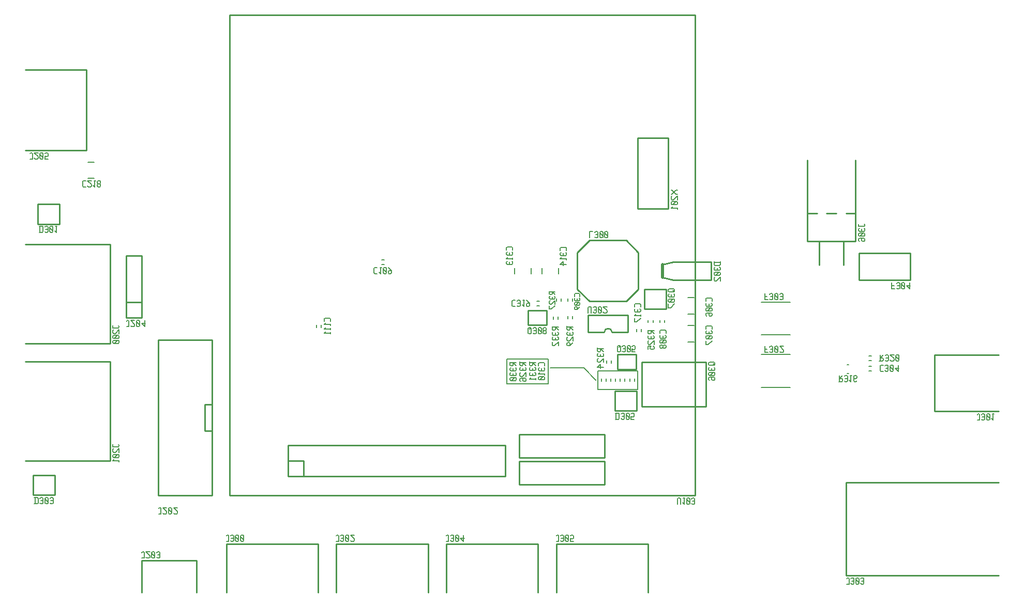
<source format=gbr>
G04 start of page 10 for group -4078 idx -4078 *
G04 Title: Power Board, bottomsilk *
G04 Creator: pcb 1.99z *
G04 CreationDate: Thu 09 Sep 2010 23:06:34 GMT UTC *
G04 For: rbarlow *
G04 Format: Gerber/RS-274X *
G04 PCB-Dimensions: 653543 393701 *
G04 PCB-Coordinate-Origin: lower left *
%MOIN*%
%FSLAX25Y25*%
%LNBACKSILK*%
%ADD11C,0.0200*%
%ADD12C,0.0100*%
%ADD16C,0.0079*%
%ADD126C,0.0080*%
%ADD127C,0.0098*%
G54D16*X373425Y156299D02*X381299Y148425D01*
X351772Y156299D02*X373425D01*
X382677Y142520D02*X408071D01*
Y154331D01*
X382677D01*
Y142520D01*
X323819Y146063D02*X350591D01*
Y162008D01*
X323819D01*
Y146063D01*
X391012Y149374D02*Y147800D01*
X394028Y149374D02*Y147800D01*
X387728Y149374D02*Y147800D01*
X384712Y149374D02*Y147800D01*
G54D12*X407124Y164936D02*Y155536D01*
X395224Y164936D02*X407124D01*
X395224D02*Y155536D01*
X407124D01*
G54D16*X388256Y161023D02*Y159449D01*
X391272Y161023D02*Y159449D01*
X403216Y149374D02*Y147800D01*
X406232Y149374D02*Y147800D01*
X396917Y149374D02*Y147800D01*
X399933Y149374D02*Y147800D01*
X418043Y187169D02*Y185595D01*
X415027Y187169D02*Y185595D01*
G54D12*X452201Y159970D02*Y131470D01*
X410801Y159970D02*X452201D01*
X410801D02*Y131470D01*
X452201D01*
G54D16*X425524Y187169D02*Y185595D01*
X422508Y187169D02*Y185595D01*
G54D126*X440552Y173033D02*X444488D01*
X440552Y183661D02*X444488D01*
G54D16*X353807Y189406D02*Y187832D01*
X356823Y189406D02*Y187832D01*
X343343Y199343D02*X344917D01*
X343343Y196327D02*X344917D01*
X363256Y189603D02*Y188029D01*
X366272Y189603D02*Y188029D01*
X355972Y201020D02*Y199446D01*
X358988Y201020D02*Y199446D01*
X366272Y201020D02*Y199446D01*
X363256Y201020D02*Y199446D01*
X410563Y181335D02*Y179761D01*
X407547Y181335D02*Y179761D01*
G54D12*X376362Y179256D02*Y190232D01*
X401984D01*
Y179256D01*
X376362D02*X386673D01*
X401984D02*X391673D01*
G75*G03X386673Y179256I-2500J0D01*G01*
G54D11*X424311Y214692D02*Y223104D01*
G54D12*X431311Y224804D01*
X455611D01*
Y212992D01*
X431311D01*
X424311Y214692D02*X431311Y212992D01*
G54D126*X440552Y191143D02*X444488D01*
X440552Y201771D02*X444488D01*
G54D12*X412620Y207150D02*X426520D01*
Y194350D01*
X412620D02*X426520D01*
X412620Y207150D02*Y194350D01*
X407524Y141440D02*Y128640D01*
X393624Y141440D02*X407524D01*
X393624D02*Y128640D01*
X407524D01*
X331776Y98516D02*X386776D01*
Y113516D02*Y98516D01*
X331776Y113516D02*X386776D01*
X331776D02*Y98516D01*
Y81016D02*X386776D01*
Y96016D02*Y81016D01*
X331776Y96016D02*X386776D01*
X331776D02*Y81016D01*
X192776Y96516D02*Y86516D01*
X182776Y96516D02*X192776D01*
X182776Y86516D02*X322776D01*
Y106516D02*Y86516D01*
X182776Y106516D02*X322776D01*
X182776D02*Y86516D01*
X145276Y74016D02*X445276D01*
X145276Y384016D02*Y74016D01*
Y384016D02*X445276D01*
Y74016D01*
G54D126*X357086Y220865D02*Y216929D01*
X346458Y220865D02*Y216929D01*
G54D12*X337647Y193421D02*X349547D01*
Y184021D01*
X337647D02*X349547D01*
X337647Y193421D02*Y184021D01*
G54D126*X339566Y220865D02*Y216929D01*
X328938Y220865D02*Y216929D01*
G54D16*X201248Y184020D02*Y182446D01*
X204264Y184020D02*Y182446D01*
G54D127*X52835Y296851D02*Y348819D01*
X13465D02*X52835D01*
X13465Y296851D02*X52835D01*
G54D12*X21610Y261912D02*Y249112D01*
X35510D01*
Y261912D02*Y249112D01*
X21610Y261912D02*X35510D01*
G54D126*X53938Y289172D02*X57874D01*
X53938Y278544D02*X57874D01*
G54D12*X13415Y172155D02*X68190D01*
Y236155D02*Y172155D01*
X13415Y236155D02*X68190D01*
X78465Y188623D02*Y228623D01*
X88465D01*
Y188623D01*
X78465D01*
Y198623D02*X88465D01*
Y188623D01*
G54D16*X487992Y143701D02*X506496D01*
X487992Y164961D02*X506496D01*
G54D126*X543307Y158267D02*X544093D01*
X543307Y152757D02*X544093D01*
G54D16*X487992Y177560D02*X506496D01*
X487992Y198820D02*X506496D01*
G54D12*X355707Y42717D02*X414763D01*
Y11221D01*
X355707Y42717D02*Y11221D01*
X284843Y42718D02*X343899D01*
Y11222D01*
X284843Y42718D02*Y11222D01*
G54D127*X599607Y128328D02*X640946D01*
X599607Y164548D02*Y128328D01*
Y164548D02*X640946D01*
X542481Y22403D02*Y82325D01*
Y22403D02*X640906D01*
X542481Y82325D02*X640906D01*
G54D16*X557248Y164107D02*X558822D01*
X557248Y161091D02*X558822D01*
X557248Y157414D02*X558822D01*
X557248Y154398D02*X558822D01*
X243147Y222902D02*X244721D01*
X243147Y225918D02*X244721D01*
G54D127*X377165Y238583D02*X400787D01*
X377165D02*X369291Y230709D01*
Y207087D01*
X377165Y199213D01*
X400787D01*
X408661Y207087D01*
Y230709D02*Y207087D01*
Y230709D02*X400787Y238583D01*
X584016Y212993D02*Y230315D01*
X550946D02*X584016D01*
X550946Y212993D02*Y230315D01*
Y212993D02*X584016D01*
X540865Y222639D02*Y237914D01*
X525275Y222639D02*Y237914D01*
X542424Y256103D02*X548661D01*
X529952D02*X536188D01*
X517479D02*X523716D01*
X548661Y237914D02*Y290434D01*
X517479Y237914D02*Y290434D01*
Y237914D02*X548661D01*
X408268Y304824D02*X427954D01*
X408268D02*Y259154D01*
X427954D01*
Y304824D02*Y259154D01*
G54D12*X13415Y96211D02*X68190D01*
Y160211D02*Y96211D01*
X13415Y160211D02*X68190D01*
X18528Y87146D02*Y74346D01*
X32428D01*
Y87146D02*Y74346D01*
X18528Y87146D02*X32428D01*
G54D127*X129214Y132679D02*Y115749D01*
X133742D01*
X129214Y132679D02*X133742D01*
X99096Y74155D02*X133742D01*
X99096Y174273D02*X133742D01*
X99096D02*Y74155D01*
X133742Y174273D02*Y74155D01*
G54D12*X143112Y42719D02*X202168D01*
Y11223D01*
X143112Y42719D02*Y11223D01*
X213978Y42718D02*X273034D01*
Y11222D01*
X213978Y42718D02*Y11222D01*
G54D127*X88544Y31890D02*Y11418D01*
X124016Y31890D02*Y11418D01*
X88544Y31890D02*X124016D01*
G54D16*X213975Y44503D02*X215475D01*
Y48003D01*
X214975Y48503D02*X215475Y48003D01*
X214475Y48503D02*X214975D01*
X213975Y48003D02*X214475Y48503D01*
X216676Y45003D02*X217176Y44503D01*
X218176D01*
X218676Y45003D01*
Y48003D01*
X218176Y48503D02*X218676Y48003D01*
X217176Y48503D02*X218176D01*
X216676Y48003D02*X217176Y48503D01*
Y46503D02*X218676D01*
X219877Y48003D02*X220377Y48503D01*
X219877Y45003D02*Y48003D01*
Y45003D02*X220377Y44503D01*
X221377D01*
X221877Y45003D01*
Y48003D01*
X221377Y48503D02*X221877Y48003D01*
X220377Y48503D02*X221377D01*
X219877Y47503D02*X221877Y45503D01*
X223078Y45003D02*X223578Y44503D01*
X225078D01*
X225578Y45003D01*
Y46003D01*
X223078Y48503D02*X225578Y46003D01*
X223078Y48503D02*X225578D01*
X143108Y44503D02*X144608D01*
Y48003D01*
X144108Y48503D02*X144608Y48003D01*
X143608Y48503D02*X144108D01*
X143108Y48003D02*X143608Y48503D01*
X145809Y45003D02*X146309Y44503D01*
X147309D01*
X147809Y45003D01*
Y48003D01*
X147309Y48503D02*X147809Y48003D01*
X146309Y48503D02*X147309D01*
X145809Y48003D02*X146309Y48503D01*
Y46503D02*X147809D01*
X149010Y48003D02*X149510Y48503D01*
X149010Y45003D02*Y48003D01*
Y45003D02*X149510Y44503D01*
X150510D01*
X151010Y45003D01*
Y48003D01*
X150510Y48503D02*X151010Y48003D01*
X149510Y48503D02*X150510D01*
X149010Y47503D02*X151010Y45503D01*
X152211Y48003D02*X152711Y48503D01*
X152211Y45003D02*Y48003D01*
Y45003D02*X152711Y44503D01*
X153711D01*
X154211Y45003D01*
Y48003D01*
X153711Y48503D02*X154211Y48003D01*
X152711Y48503D02*X153711D01*
X152211Y47503D02*X154211Y45503D01*
X284842Y44503D02*X286342D01*
Y48003D01*
X285842Y48503D02*X286342Y48003D01*
X285342Y48503D02*X285842D01*
X284842Y48003D02*X285342Y48503D01*
X287543Y45003D02*X288043Y44503D01*
X289043D01*
X289543Y45003D01*
Y48003D01*
X289043Y48503D02*X289543Y48003D01*
X288043Y48503D02*X289043D01*
X287543Y48003D02*X288043Y48503D01*
Y46503D02*X289543D01*
X290744Y48003D02*X291244Y48503D01*
X290744Y45003D02*Y48003D01*
Y45003D02*X291244Y44503D01*
X292244D01*
X292744Y45003D01*
Y48003D01*
X292244Y48503D02*X292744Y48003D01*
X291244Y48503D02*X292244D01*
X290744Y47503D02*X292744Y45503D01*
X293945Y46503D02*X295945Y44503D01*
X293945Y46503D02*X296445D01*
X295945Y44503D02*Y48503D01*
X210119Y186420D02*Y187920D01*
X209619Y188420D02*X210119Y187920D01*
X206619Y188420D02*X209619D01*
X206619D02*X206119Y187920D01*
Y186420D02*Y187920D01*
X210119Y183719D02*Y184719D01*
X206119Y184219D02*X210119D01*
X207119Y185219D02*X206119Y184219D01*
X210119Y181018D02*Y182018D01*
X206119Y181518D02*X210119D01*
X207119Y182518D02*X206119Y181518D01*
X210119Y178317D02*Y179317D01*
X206119Y178817D02*X210119D01*
X207119Y179817D02*X206119Y178817D01*
X326001Y158202D02*Y160202D01*
Y158202D02*X326501Y157702D01*
X327501D01*
X328001Y158202D02*X327501Y157702D01*
X328001Y158202D02*Y159702D01*
X326001D02*X330001D01*
X328001D02*X330001Y157702D01*
X326501Y156501D02*X326001Y156001D01*
Y155001D02*Y156001D01*
Y155001D02*X326501Y154501D01*
X329501D01*
X330001Y155001D02*X329501Y154501D01*
X330001Y155001D02*Y156001D01*
X329501Y156501D02*X330001Y156001D01*
X328001Y154501D02*Y156001D01*
X326501Y153300D02*X326001Y152800D01*
Y151800D02*Y152800D01*
Y151800D02*X326501Y151300D01*
X329501D01*
X330001Y151800D02*X329501Y151300D01*
X330001Y151800D02*Y152800D01*
X329501Y153300D02*X330001Y152800D01*
X328001Y151300D02*Y152800D01*
X329501Y150099D02*X330001Y149599D01*
X326501Y150099D02*X329501D01*
X326501D02*X326001Y149599D01*
Y148599D02*Y149599D01*
Y148599D02*X326501Y148099D01*
X329501D01*
X330001Y148599D02*X329501Y148099D01*
X330001Y148599D02*Y149599D01*
X329001Y150099D02*X327001Y148099D01*
X99446Y62141D02*X100946D01*
Y65641D01*
X100446Y66141D02*X100946Y65641D01*
X99946Y66141D02*X100446D01*
X99446Y65641D02*X99946Y66141D01*
X102147Y62641D02*X102647Y62141D01*
X104147D01*
X104647Y62641D01*
Y63641D01*
X102147Y66141D02*X104647Y63641D01*
X102147Y66141D02*X104647D01*
X105848Y65641D02*X106348Y66141D01*
X105848Y62641D02*Y65641D01*
Y62641D02*X106348Y62141D01*
X107348D01*
X107848Y62641D01*
Y65641D01*
X107348Y66141D02*X107848Y65641D01*
X106348Y66141D02*X107348D01*
X105848Y65141D02*X107848Y63141D01*
X109049Y62641D02*X109549Y62141D01*
X111049D01*
X111549Y62641D01*
Y63641D01*
X109049Y66141D02*X111549Y63641D01*
X109049Y66141D02*X111549D01*
X88601Y33677D02*X90101D01*
Y37177D01*
X89601Y37677D02*X90101Y37177D01*
X89101Y37677D02*X89601D01*
X88601Y37177D02*X89101Y37677D01*
X91302Y34177D02*X91802Y33677D01*
X93302D01*
X93802Y34177D01*
Y35177D01*
X91302Y37677D02*X93802Y35177D01*
X91302Y37677D02*X93802D01*
X95003Y37177D02*X95503Y37677D01*
X95003Y34177D02*Y37177D01*
Y34177D02*X95503Y33677D01*
X96503D01*
X97003Y34177D01*
Y37177D01*
X96503Y37677D02*X97003Y37177D01*
X95503Y37677D02*X96503D01*
X95003Y36677D02*X97003Y34677D01*
X98204Y34177D02*X98704Y33677D01*
X99704D01*
X100204Y34177D01*
Y37177D01*
X99704Y37677D02*X100204Y37177D01*
X98704Y37677D02*X99704D01*
X98204Y37177D02*X98704Y37677D01*
Y35677D02*X100204D01*
X50893Y277047D02*X52393D01*
X50393Y276547D02*X50893Y277047D01*
X50393Y273547D02*Y276547D01*
Y273547D02*X50893Y273047D01*
X52393D01*
X53594Y273547D02*X54094Y273047D01*
X55594D01*
X56094Y273547D01*
Y274547D01*
X53594Y277047D02*X56094Y274547D01*
X53594Y277047D02*X56094D01*
X57795D02*X58795D01*
X58295Y273047D02*Y277047D01*
X57295Y274047D02*X58295Y273047D01*
X59996Y276547D02*X60496Y277047D01*
X59996Y275547D02*Y276547D01*
Y275547D02*X60496Y275047D01*
X61496D01*
X61996Y275547D01*
Y276547D01*
X61496Y277047D02*X61996Y276547D01*
X60496Y277047D02*X61496D01*
X59996Y274547D02*X60496Y275047D01*
X59996Y273547D02*Y274547D01*
Y273547D02*X60496Y273047D01*
X61496D01*
X61996Y273547D01*
Y274547D01*
X61496Y275047D02*X61996Y274547D01*
X332299Y158272D02*Y160272D01*
Y158272D02*X332799Y157772D01*
X333799D01*
X334299Y158272D02*X333799Y157772D01*
X334299Y158272D02*Y159772D01*
X332299D02*X336299D01*
X334299D02*X336299Y157772D01*
X332799Y156571D02*X332299Y156071D01*
Y155071D02*Y156071D01*
Y155071D02*X332799Y154571D01*
X335799D01*
X336299Y155071D02*X335799Y154571D01*
X336299Y155071D02*Y156071D01*
X335799Y156571D02*X336299Y156071D01*
X334299Y154571D02*Y156071D01*
X332799Y153370D02*X332299Y152870D01*
Y151370D02*Y152870D01*
Y151370D02*X332799Y150870D01*
X333799D01*
X336299Y153370D02*X333799Y150870D01*
X336299D02*Y153370D01*
X332299Y148169D02*X332799Y147669D01*
X332299Y148169D02*Y149169D01*
X332799Y149669D02*X332299Y149169D01*
X332799Y149669D02*X335799D01*
X336299Y149169D01*
X334299Y148169D02*X334799Y147669D01*
X334299Y148169D02*Y149669D01*
X336299Y148169D02*Y149169D01*
Y148169D02*X335799Y147669D01*
X334799D02*X335799D01*
X353167Y181178D02*Y183178D01*
Y181178D02*X353667Y180678D01*
X354667D01*
X355167Y181178D02*X354667Y180678D01*
X355167Y181178D02*Y182678D01*
X353167D02*X357167D01*
X355167D02*X357167Y180678D01*
X353667Y179477D02*X353167Y178977D01*
Y177977D02*Y178977D01*
Y177977D02*X353667Y177477D01*
X356667D01*
X357167Y177977D02*X356667Y177477D01*
X357167Y177977D02*Y178977D01*
X356667Y179477D02*X357167Y178977D01*
X355167Y177477D02*Y178977D01*
X353667Y176276D02*X353167Y175776D01*
Y174776D02*Y175776D01*
Y174776D02*X353667Y174276D01*
X356667D01*
X357167Y174776D02*X356667Y174276D01*
X357167Y174776D02*Y175776D01*
X356667Y176276D02*X357167Y175776D01*
X355167Y174276D02*Y175776D01*
X353667Y173075D02*X353167Y172575D01*
Y171075D02*Y172575D01*
Y171075D02*X353667Y170575D01*
X354667D01*
X357167Y173075D02*X354667Y170575D01*
X357167D02*Y173075D01*
X362614Y181232D02*Y183232D01*
Y181232D02*X363114Y180732D01*
X364114D01*
X364614Y181232D02*X364114Y180732D01*
X364614Y181232D02*Y182732D01*
X362614D02*X366614D01*
X364614D02*X366614Y180732D01*
X363114Y179531D02*X362614Y179031D01*
Y178031D02*Y179031D01*
Y178031D02*X363114Y177531D01*
X366114D01*
X366614Y178031D02*X366114Y177531D01*
X366614Y178031D02*Y179031D01*
X366114Y179531D02*X366614Y179031D01*
X364614Y177531D02*Y179031D01*
X363114Y176330D02*X362614Y175830D01*
Y174330D02*Y175830D01*
Y174330D02*X363114Y173830D01*
X364114D01*
X366614Y176330D02*X364114Y173830D01*
X366614D02*Y176330D01*
Y172629D02*X364614Y170629D01*
X363114D02*X364614D01*
X362614Y171129D02*X363114Y170629D01*
X362614Y171129D02*Y172129D01*
X363114Y172629D02*X362614Y172129D01*
X363114Y172629D02*X364114D01*
X364614Y172129D01*
Y170629D02*Y172129D01*
X348308Y157681D02*Y159181D01*
X347808Y159681D02*X348308Y159181D01*
X344808Y159681D02*X347808D01*
X344808D02*X344308Y159181D01*
Y157681D02*Y159181D01*
X344808Y156480D02*X344308Y155980D01*
Y154980D02*Y155980D01*
Y154980D02*X344808Y154480D01*
X347808D01*
X348308Y154980D02*X347808Y154480D01*
X348308Y154980D02*Y155980D01*
X347808Y156480D02*X348308Y155980D01*
X346308Y154480D02*Y155980D01*
X348308Y151779D02*Y152779D01*
X344308Y152279D02*X348308D01*
X345308Y153279D02*X344308Y152279D01*
X347808Y150578D02*X348308Y150078D01*
X344808Y150578D02*X347808D01*
X344808D02*X344308Y150078D01*
Y149078D02*Y150078D01*
Y149078D02*X344808Y148578D01*
X347808D01*
X348308Y149078D02*X347808Y148578D01*
X348308Y149078D02*Y150078D01*
X347308Y150578D02*X345308Y148578D01*
X338401Y158271D02*Y160271D01*
Y158271D02*X338901Y157771D01*
X339901D01*
X340401Y158271D02*X339901Y157771D01*
X340401Y158271D02*Y159771D01*
X338401D02*X342401D01*
X340401D02*X342401Y157771D01*
X338901Y156570D02*X338401Y156070D01*
Y155070D02*Y156070D01*
Y155070D02*X338901Y154570D01*
X341901D01*
X342401Y155070D02*X341901Y154570D01*
X342401Y155070D02*Y156070D01*
X341901Y156570D02*X342401Y156070D01*
X340401Y154570D02*Y156070D01*
X338901Y153369D02*X338401Y152869D01*
Y151869D02*Y152869D01*
Y151869D02*X338901Y151369D01*
X341901D01*
X342401Y151869D02*X341901Y151369D01*
X342401Y151869D02*Y152869D01*
X341901Y153369D02*X342401Y152869D01*
X340401Y151369D02*Y152869D01*
X342401Y148668D02*Y149668D01*
X338401Y149168D02*X342401D01*
X339401Y150168D02*X338401Y149168D01*
X337647Y178797D02*Y181797D01*
Y178797D02*X338147Y178297D01*
X339147D01*
X339647Y178797D01*
Y181797D01*
X339147Y182297D02*X339647Y181797D01*
X338147Y182297D02*X339147D01*
X337647Y181797D02*X338147Y182297D01*
X338647Y181297D02*X339647Y182297D01*
X340848Y178797D02*X341348Y178297D01*
X342348D01*
X342848Y178797D01*
Y181797D01*
X342348Y182297D02*X342848Y181797D01*
X341348Y182297D02*X342348D01*
X340848Y181797D02*X341348Y182297D01*
Y180297D02*X342848D01*
X344049Y181797D02*X344549Y182297D01*
X344049Y178797D02*Y181797D01*
Y178797D02*X344549Y178297D01*
X345549D01*
X346049Y178797D01*
Y181797D01*
X345549Y182297D02*X346049Y181797D01*
X344549Y182297D02*X345549D01*
X344049Y181297D02*X346049Y179297D01*
X347250Y181797D02*X347750Y182297D01*
X347250Y180797D02*Y181797D01*
Y180797D02*X347750Y180297D01*
X348750D01*
X349250Y180797D01*
Y181797D01*
X348750Y182297D02*X349250Y181797D01*
X347750Y182297D02*X348750D01*
X347250Y179797D02*X347750Y180297D01*
X347250Y178797D02*Y179797D01*
Y178797D02*X347750Y178297D01*
X348750D01*
X349250Y178797D01*
Y179797D01*
X348750Y180297D02*X349250Y179797D01*
X327827Y199883D02*X329327D01*
X327327Y199383D02*X327827Y199883D01*
X327327Y196383D02*Y199383D01*
Y196383D02*X327827Y195883D01*
X329327D01*
X330528Y196383D02*X331028Y195883D01*
X332028D01*
X332528Y196383D01*
Y199383D01*
X332028Y199883D02*X332528Y199383D01*
X331028Y199883D02*X332028D01*
X330528Y199383D02*X331028Y199883D01*
Y197883D02*X332528D01*
X334229Y199883D02*X335229D01*
X334729Y195883D02*Y199883D01*
X333729Y196883D02*X334729Y195883D01*
X336430Y199883D02*X338430Y197883D01*
Y196383D02*Y197883D01*
X337930Y195883D02*X338430Y196383D01*
X336930Y195883D02*X337930D01*
X336430Y196383D02*X336930Y195883D01*
X336430Y196383D02*Y197383D01*
X336930Y197883D01*
X338430D01*
X351283Y204092D02*Y205872D01*
Y204092D02*X351728Y203647D01*
X352618D01*
X353063Y204092D02*X352618Y203647D01*
X353063Y204092D02*Y205427D01*
X351283D02*X354843D01*
X353063D02*X354843Y203647D01*
X351728Y202579D02*X351283Y202134D01*
Y201244D02*Y202134D01*
Y201244D02*X351728Y200799D01*
X354398D01*
X354843Y201244D02*X354398Y200799D01*
X354843Y201244D02*Y202134D01*
X354398Y202579D02*X354843Y202134D01*
X353063Y200799D02*Y202134D01*
X351728Y199730D02*X351283Y199285D01*
Y197950D02*Y199285D01*
Y197950D02*X351728Y197505D01*
X352618D01*
X354843Y199730D02*X352618Y197505D01*
X354843D02*Y199730D01*
Y196436D02*X352618Y194211D01*
X351283D02*X352618D01*
X351283D02*Y196436D01*
X414779Y178870D02*Y180870D01*
Y178870D02*X415279Y178370D01*
X416279D01*
X416779Y178870D02*X416279Y178370D01*
X416779Y178870D02*Y180370D01*
X414779D02*X418779D01*
X416779D02*X418779Y178370D01*
X415279Y177169D02*X414779Y176669D01*
Y175669D02*Y176669D01*
Y175669D02*X415279Y175169D01*
X418279D01*
X418779Y175669D02*X418279Y175169D01*
X418779Y175669D02*Y176669D01*
X418279Y177169D02*X418779Y176669D01*
X416779Y175169D02*Y176669D01*
X415279Y173968D02*X414779Y173468D01*
Y171968D02*Y173468D01*
Y171968D02*X415279Y171468D01*
X416279D01*
X418779Y173968D02*X416279Y171468D01*
X418779D02*Y173968D01*
X414779Y168267D02*Y170267D01*
X416779D01*
X416279Y169767D01*
Y168767D02*Y169767D01*
Y168767D02*X416779Y168267D01*
X418279D01*
X418779Y168767D02*X418279Y168267D01*
X418779Y168767D02*Y169767D01*
X418279Y170267D02*X418779Y169767D01*
X426457Y178673D02*Y180173D01*
X425957Y180673D02*X426457Y180173D01*
X422957Y180673D02*X425957D01*
X422957D02*X422457Y180173D01*
Y178673D02*Y180173D01*
X422957Y177472D02*X422457Y176972D01*
Y175972D02*Y176972D01*
Y175972D02*X422957Y175472D01*
X425957D01*
X426457Y175972D02*X425957Y175472D01*
X426457Y175972D02*Y176972D01*
X425957Y177472D02*X426457Y176972D01*
X424457Y175472D02*Y176972D01*
X425957Y174271D02*X426457Y173771D01*
X422957Y174271D02*X425957D01*
X422957D02*X422457Y173771D01*
Y172771D02*Y173771D01*
Y172771D02*X422957Y172271D01*
X425957D01*
X426457Y172771D02*X425957Y172271D01*
X426457Y172771D02*Y173771D01*
X425457Y174271D02*X423457Y172271D01*
X425957Y171070D02*X426457Y170570D01*
X424957Y171070D02*X425957D01*
X424957D02*X424457Y170570D01*
Y169570D02*Y170570D01*
Y169570D02*X424957Y169070D01*
X425957D01*
X426457Y169570D02*X425957Y169070D01*
X426457Y169570D02*Y170570D01*
X423957Y171070D02*X424457Y170570D01*
X422957Y171070D02*X423957D01*
X422957D02*X422457Y170570D01*
Y169570D02*Y170570D01*
Y169570D02*X422957Y169070D01*
X423957D01*
X424457Y169570D02*X423957Y169070D01*
X395041Y167045D02*Y170045D01*
Y167045D02*X395541Y166545D01*
X396541D01*
X397041Y167045D01*
Y170045D01*
X396541Y170545D02*X397041Y170045D01*
X395541Y170545D02*X396541D01*
X395041Y170045D02*X395541Y170545D01*
X396041Y169545D02*X397041Y170545D01*
X398242Y167045D02*X398742Y166545D01*
X399742D01*
X400242Y167045D01*
Y170045D01*
X399742Y170545D02*X400242Y170045D01*
X398742Y170545D02*X399742D01*
X398242Y170045D02*X398742Y170545D01*
Y168545D02*X400242D01*
X401443Y170045D02*X401943Y170545D01*
X401443Y167045D02*Y170045D01*
Y167045D02*X401943Y166545D01*
X402943D01*
X403443Y167045D01*
Y170045D01*
X402943Y170545D02*X403443Y170045D01*
X401943Y170545D02*X402943D01*
X401443Y169545D02*X403443Y167545D01*
X404644Y166545D02*X406644D01*
X404644D02*Y168545D01*
X405144Y168045D01*
X406144D01*
X406644Y168545D01*
Y170045D01*
X406144Y170545D02*X406644Y170045D01*
X405144Y170545D02*X406144D01*
X404644Y170045D02*X405144Y170545D01*
X382298Y167292D02*Y169292D01*
Y167292D02*X382798Y166792D01*
X383798D01*
X384298Y167292D02*X383798Y166792D01*
X384298Y167292D02*Y168792D01*
X382298D02*X386298D01*
X384298D02*X386298Y166792D01*
X382798Y165591D02*X382298Y165091D01*
Y164091D02*Y165091D01*
Y164091D02*X382798Y163591D01*
X385798D01*
X386298Y164091D02*X385798Y163591D01*
X386298Y164091D02*Y165091D01*
X385798Y165591D02*X386298Y165091D01*
X384298Y163591D02*Y165091D01*
X382798Y162390D02*X382298Y161890D01*
Y160390D02*Y161890D01*
Y160390D02*X382798Y159890D01*
X383798D01*
X386298Y162390D02*X383798Y159890D01*
X386298D02*Y162390D01*
X384298Y158689D02*X382298Y156689D01*
X384298Y156189D02*Y158689D01*
X382298Y156689D02*X386298D01*
X410118Y195602D02*Y197102D01*
X409618Y197602D02*X410118Y197102D01*
X406618Y197602D02*X409618D01*
X406618D02*X406118Y197102D01*
Y195602D02*Y197102D01*
X406618Y194401D02*X406118Y193901D01*
Y192901D02*Y193901D01*
Y192901D02*X406618Y192401D01*
X409618D01*
X410118Y192901D02*X409618Y192401D01*
X410118Y192901D02*Y193901D01*
X409618Y194401D02*X410118Y193901D01*
X408118Y192401D02*Y193901D01*
X410118Y189700D02*Y190700D01*
X406118Y190200D02*X410118D01*
X407118Y191200D02*X406118Y190200D01*
X410118Y188499D02*X407618Y185999D01*
X406118D02*X407618D01*
X406118D02*Y188499D01*
X376346Y191752D02*Y195252D01*
X376846Y195752D01*
X377846D01*
X378346Y195252D01*
Y191752D02*Y195252D01*
X379547Y192252D02*X380047Y191752D01*
X381047D01*
X381547Y192252D01*
Y195252D01*
X381047Y195752D02*X381547Y195252D01*
X380047Y195752D02*X381047D01*
X379547Y195252D02*X380047Y195752D01*
Y193752D02*X381547D01*
X382748Y195252D02*X383248Y195752D01*
X382748Y192252D02*Y195252D01*
Y192252D02*X383248Y191752D01*
X384248D01*
X384748Y192252D01*
Y195252D01*
X384248Y195752D02*X384748Y195252D01*
X383248Y195752D02*X384248D01*
X382748Y194752D02*X384748Y192752D01*
X385949Y192252D02*X386449Y191752D01*
X387949D01*
X388449Y192252D01*
Y193252D01*
X385949Y195752D02*X388449Y193252D01*
X385949Y195752D02*X388449D01*
X370986Y202518D02*Y203853D01*
X370541Y204298D02*X370986Y203853D01*
X367871Y204298D02*X370541D01*
X367871D02*X367426Y203853D01*
Y202518D02*Y203853D01*
X367871Y201450D02*X367426Y201005D01*
Y200115D02*Y201005D01*
Y200115D02*X367871Y199670D01*
X370541D01*
X370986Y200115D02*X370541Y199670D01*
X370986Y200115D02*Y201005D01*
X370541Y201450D02*X370986Y201005D01*
X369206Y199670D02*Y201005D01*
X370541Y198601D02*X370986Y198156D01*
X367871Y198601D02*X370541D01*
X367871D02*X367426Y198156D01*
Y197266D02*Y198156D01*
Y197266D02*X367871Y196821D01*
X370541D01*
X370986Y197266D02*X370541Y196821D01*
X370986Y197266D02*Y198156D01*
X370096Y198601D02*X368316Y196821D01*
X370986Y195752D02*X369206Y193972D01*
X367871D02*X369206D01*
X367426Y194417D02*X367871Y193972D01*
X367426Y194417D02*Y195307D01*
X367871Y195752D02*X367426Y195307D01*
X367871Y195752D02*X368761D01*
X369206Y195307D01*
Y193972D02*Y195307D01*
X355710Y44504D02*X357210D01*
Y48004D01*
X356710Y48504D02*X357210Y48004D01*
X356210Y48504D02*X356710D01*
X355710Y48004D02*X356210Y48504D01*
X358411Y45004D02*X358911Y44504D01*
X359911D01*
X360411Y45004D01*
Y48004D01*
X359911Y48504D02*X360411Y48004D01*
X358911Y48504D02*X359911D01*
X358411Y48004D02*X358911Y48504D01*
Y46504D02*X360411D01*
X361612Y48004D02*X362112Y48504D01*
X361612Y45004D02*Y48004D01*
Y45004D02*X362112Y44504D01*
X363112D01*
X363612Y45004D01*
Y48004D01*
X363112Y48504D02*X363612Y48004D01*
X362112Y48504D02*X363112D01*
X361612Y47504D02*X363612Y45504D01*
X364813Y44504D02*X366813D01*
X364813D02*Y46504D01*
X365313Y46004D01*
X366313D01*
X366813Y46504D01*
Y48004D01*
X366313Y48504D02*X366813Y48004D01*
X365313Y48504D02*X366313D01*
X364813Y48004D02*X365313Y48504D01*
X433858Y68323D02*Y71823D01*
X434358Y72323D01*
X435358D01*
X435858Y71823D01*
Y68323D02*Y71823D01*
X437559Y72323D02*X438559D01*
X438059Y68323D02*Y72323D01*
X437059Y69323D02*X438059Y68323D01*
X439760Y71823D02*X440260Y72323D01*
X439760Y68823D02*Y71823D01*
Y68823D02*X440260Y68323D01*
X441260D01*
X441760Y68823D01*
Y71823D01*
X441260Y72323D02*X441760Y71823D01*
X440260Y72323D02*X441260D01*
X439760Y71323D02*X441760Y69323D01*
X442961Y68823D02*X443461Y68323D01*
X444461D01*
X444961Y68823D01*
Y71823D01*
X444461Y72323D02*X444961Y71823D01*
X443461Y72323D02*X444461D01*
X442961Y71823D02*X443461Y72323D01*
Y70323D02*X444961D01*
X394354Y123111D02*Y127111D01*
X395854Y123111D02*X396354Y123611D01*
Y126611D01*
X395854Y127111D02*X396354Y126611D01*
X393854Y127111D02*X395854D01*
X393854Y123111D02*X395854D01*
X397555Y123611D02*X398055Y123111D01*
X399055D01*
X399555Y123611D01*
Y126611D01*
X399055Y127111D02*X399555Y126611D01*
X398055Y127111D02*X399055D01*
X397555Y126611D02*X398055Y127111D01*
Y125111D02*X399555D01*
X400756Y126611D02*X401256Y127111D01*
X400756Y123611D02*Y126611D01*
Y123611D02*X401256Y123111D01*
X402256D01*
X402756Y123611D01*
Y126611D01*
X402256Y127111D02*X402756Y126611D01*
X401256Y127111D02*X402256D01*
X400756Y126111D02*X402756Y124111D01*
X403957Y123111D02*X405957D01*
X403957D02*Y125111D01*
X404457Y124611D01*
X405457D01*
X405957Y125111D01*
Y126611D01*
X405457Y127111D02*X405957Y126611D01*
X404457Y127111D02*X405457D01*
X403957Y126611D02*X404457Y127111D01*
X542912Y16749D02*X544412D01*
Y20249D01*
X543912Y20749D02*X544412Y20249D01*
X543412Y20749D02*X543912D01*
X542912Y20249D02*X543412Y20749D01*
X545613Y17249D02*X546113Y16749D01*
X547113D01*
X547613Y17249D01*
Y20249D01*
X547113Y20749D02*X547613Y20249D01*
X546113Y20749D02*X547113D01*
X545613Y20249D02*X546113Y20749D01*
Y18749D02*X547613D01*
X548814Y20249D02*X549314Y20749D01*
X548814Y17249D02*Y20249D01*
Y17249D02*X549314Y16749D01*
X550314D01*
X550814Y17249D01*
Y20249D01*
X550314Y20749D02*X550814Y20249D01*
X549314Y20749D02*X550314D01*
X548814Y19749D02*X550814Y17749D01*
X552015Y17249D02*X552515Y16749D01*
X553515D01*
X554015Y17249D01*
Y20249D01*
X553515Y20749D02*X554015Y20249D01*
X552515Y20749D02*X553515D01*
X552015Y20249D02*X552515Y20749D01*
Y18749D02*X554015D01*
X16537Y291158D02*X18037D01*
Y294658D01*
X17537Y295158D02*X18037Y294658D01*
X17037Y295158D02*X17537D01*
X16537Y294658D02*X17037Y295158D01*
X19238Y291658D02*X19738Y291158D01*
X21238D01*
X21738Y291658D01*
Y292658D01*
X19238Y295158D02*X21738Y292658D01*
X19238Y295158D02*X21738D01*
X22939Y294658D02*X23439Y295158D01*
X22939Y291658D02*Y294658D01*
Y291658D02*X23439Y291158D01*
X24439D01*
X24939Y291658D01*
Y294658D01*
X24439Y295158D02*X24939Y294658D01*
X23439Y295158D02*X24439D01*
X22939Y294158D02*X24939Y292158D01*
X26140Y291158D02*X28140D01*
X26140D02*Y293158D01*
X26640Y292658D01*
X27640D01*
X28140Y293158D01*
Y294658D01*
X27640Y295158D02*X28140Y294658D01*
X26640Y295158D02*X27640D01*
X26140Y294658D02*X26640Y295158D01*
X22897Y243781D02*Y247781D01*
X24397Y243781D02*X24897Y244281D01*
Y247281D01*
X24397Y247781D02*X24897Y247281D01*
X22397Y247781D02*X24397D01*
X22397Y243781D02*X24397D01*
X26098Y244281D02*X26598Y243781D01*
X27598D01*
X28098Y244281D01*
Y247281D01*
X27598Y247781D02*X28098Y247281D01*
X26598Y247781D02*X27598D01*
X26098Y247281D02*X26598Y247781D01*
Y245781D02*X28098D01*
X29299Y247281D02*X29799Y247781D01*
X29299Y244281D02*Y247281D01*
Y244281D02*X29799Y243781D01*
X30799D01*
X31299Y244281D01*
Y247281D01*
X30799Y247781D02*X31299Y247281D01*
X29799Y247781D02*X30799D01*
X29299Y246781D02*X31299Y244781D01*
X33000Y247781D02*X34000D01*
X33500Y243781D02*Y247781D01*
X32500Y244781D02*X33500Y243781D01*
X69979Y105427D02*Y106927D01*
Y105427D02*X73479D01*
X73979Y105927D02*X73479Y105427D01*
X73979Y105927D02*Y106427D01*
X73479Y106927D02*X73979Y106427D01*
X70479Y104226D02*X69979Y103726D01*
Y102226D02*Y103726D01*
Y102226D02*X70479Y101726D01*
X71479D01*
X73979Y104226D02*X71479Y101726D01*
X73979D02*Y104226D01*
X73479Y100525D02*X73979Y100025D01*
X70479Y100525D02*X73479D01*
X70479D02*X69979Y100025D01*
Y99025D02*Y100025D01*
Y99025D02*X70479Y98525D01*
X73479D01*
X73979Y99025D02*X73479Y98525D01*
X73979Y99025D02*Y100025D01*
X72979Y100525D02*X70979Y98525D01*
X73979Y95824D02*Y96824D01*
X69979Y96324D02*X73979D01*
X70979Y97324D02*X69979Y96324D01*
X69938Y182199D02*Y183699D01*
Y182199D02*X73438D01*
X73938Y182699D02*X73438Y182199D01*
X73938Y182699D02*Y183199D01*
X73438Y183699D02*X73938Y183199D01*
X70438Y180998D02*X69938Y180498D01*
Y178998D02*Y180498D01*
Y178998D02*X70438Y178498D01*
X71438D01*
X73938Y180998D02*X71438Y178498D01*
X73938D02*Y180998D01*
X73438Y177297D02*X73938Y176797D01*
X70438Y177297D02*X73438D01*
X70438D02*X69938Y176797D01*
Y175797D02*Y176797D01*
Y175797D02*X70438Y175297D01*
X73438D01*
X73938Y175797D02*X73438Y175297D01*
X73938Y175797D02*Y176797D01*
X72938Y177297D02*X70938Y175297D01*
X73438Y174096D02*X73938Y173596D01*
X70438Y174096D02*X73438D01*
X70438D02*X69938Y173596D01*
Y172596D02*Y173596D01*
Y172596D02*X70438Y172096D01*
X73438D01*
X73938Y172596D02*X73438Y172096D01*
X73938Y172596D02*Y173596D01*
X72938Y174096D02*X70938Y172096D01*
X78781Y182915D02*X80281D01*
Y186415D01*
X79781Y186915D02*X80281Y186415D01*
X79281Y186915D02*X79781D01*
X78781Y186415D02*X79281Y186915D01*
X81482Y183415D02*X81982Y182915D01*
X83482D01*
X83982Y183415D01*
Y184415D01*
X81482Y186915D02*X83982Y184415D01*
X81482Y186915D02*X83982D01*
X85183Y186415D02*X85683Y186915D01*
X85183Y183415D02*Y186415D01*
Y183415D02*X85683Y182915D01*
X86683D01*
X87183Y183415D01*
Y186415D01*
X86683Y186915D02*X87183Y186415D01*
X85683Y186915D02*X86683D01*
X85183Y185915D02*X87183Y183915D01*
X88384Y184915D02*X90384Y182915D01*
X88384Y184915D02*X90884D01*
X90384Y182915D02*Y186915D01*
X238849Y221142D02*X240349D01*
X238349Y220642D02*X238849Y221142D01*
X238349Y217642D02*Y220642D01*
Y217642D02*X238849Y217142D01*
X240349D01*
X242050Y221142D02*X243050D01*
X242550Y217142D02*Y221142D01*
X241550Y218142D02*X242550Y217142D01*
X244251Y220642D02*X244751Y221142D01*
X244251Y217642D02*Y220642D01*
Y217642D02*X244751Y217142D01*
X245751D01*
X246251Y217642D01*
Y220642D01*
X245751Y221142D02*X246251Y220642D01*
X244751Y221142D02*X245751D01*
X244251Y220142D02*X246251Y218142D01*
X247452Y221142D02*X249452Y219142D01*
Y217642D02*Y219142D01*
X248952Y217142D02*X249452Y217642D01*
X247952Y217142D02*X248952D01*
X247452Y217642D02*X247952Y217142D01*
X247452Y217642D02*Y218642D01*
X247952Y219142D01*
X249452D01*
X19816Y68621D02*Y72621D01*
X21316Y68621D02*X21816Y69121D01*
Y72121D01*
X21316Y72621D02*X21816Y72121D01*
X19316Y72621D02*X21316D01*
X19316Y68621D02*X21316D01*
X23017Y69121D02*X23517Y68621D01*
X24517D01*
X25017Y69121D01*
Y72121D01*
X24517Y72621D02*X25017Y72121D01*
X23517Y72621D02*X24517D01*
X23017Y72121D02*X23517Y72621D01*
Y70621D02*X25017D01*
X26218Y72121D02*X26718Y72621D01*
X26218Y69121D02*Y72121D01*
Y69121D02*X26718Y68621D01*
X27718D01*
X28218Y69121D01*
Y72121D01*
X27718Y72621D02*X28218Y72121D01*
X26718Y72621D02*X27718D01*
X26218Y71621D02*X28218Y69621D01*
X29419Y69121D02*X29919Y68621D01*
X30919D01*
X31419Y69121D01*
Y72121D01*
X30919Y72621D02*X31419Y72121D01*
X29919Y72621D02*X30919D01*
X29419Y72121D02*X29919Y72621D01*
Y70621D02*X31419D01*
X377364Y240371D02*Y244371D01*
X379364D01*
X380565Y240871D02*X381065Y240371D01*
X382065D01*
X382565Y240871D01*
Y243871D01*
X382065Y244371D02*X382565Y243871D01*
X381065Y244371D02*X382065D01*
X380565Y243871D02*X381065Y244371D01*
Y242371D02*X382565D01*
X383766Y243871D02*X384266Y244371D01*
X383766Y240871D02*Y243871D01*
Y240871D02*X384266Y240371D01*
X385266D01*
X385766Y240871D01*
Y243871D01*
X385266Y244371D02*X385766Y243871D01*
X384266Y244371D02*X385266D01*
X383766Y243371D02*X385766Y241371D01*
X386967Y243871D02*X387467Y244371D01*
X386967Y240871D02*Y243871D01*
Y240871D02*X387467Y240371D01*
X388467D01*
X388967Y240871D01*
Y243871D01*
X388467Y244371D02*X388967Y243871D01*
X387467Y244371D02*X388467D01*
X386967Y243371D02*X388967Y241371D01*
X550605Y247633D02*Y249133D01*
Y247633D02*X554105D01*
X554605Y248133D02*X554105Y247633D01*
X554605Y248133D02*Y248633D01*
X554105Y249133D02*X554605Y248633D01*
X551105Y246432D02*X550605Y245932D01*
Y244932D02*Y245932D01*
Y244932D02*X551105Y244432D01*
X554105D01*
X554605Y244932D02*X554105Y244432D01*
X554605Y244932D02*Y245932D01*
X554105Y246432D02*X554605Y245932D01*
X552605Y244432D02*Y245932D01*
X554105Y243231D02*X554605Y242731D01*
X551105Y243231D02*X554105D01*
X551105D02*X550605Y242731D01*
Y241731D02*Y242731D01*
Y241731D02*X551105Y241231D01*
X554105D01*
X554605Y241731D02*X554105Y241231D01*
X554605Y241731D02*Y242731D01*
X553605Y243231D02*X551605Y241231D01*
X550605Y238530D02*X551105Y238030D01*
X550605Y238530D02*Y239530D01*
X551105Y240030D02*X550605Y239530D01*
X551105Y240030D02*X554105D01*
X554605Y239530D01*
X552605Y238530D02*X553105Y238030D01*
X552605Y238530D02*Y240030D01*
X554605Y238530D02*Y239530D01*
Y238530D02*X554105Y238030D01*
X553105D02*X554105D01*
X454492Y159880D02*X457492D01*
X454492D02*X453992Y159380D01*
Y158380D02*Y159380D01*
Y158380D02*X454492Y157880D01*
X457492D01*
X457992Y158380D02*X457492Y157880D01*
X457992Y158380D02*Y159380D01*
X457492Y159880D02*X457992Y159380D01*
X456992Y158880D02*X457992Y157880D01*
X454492Y156679D02*X453992Y156179D01*
Y155179D02*Y156179D01*
Y155179D02*X454492Y154679D01*
X457492D01*
X457992Y155179D02*X457492Y154679D01*
X457992Y155179D02*Y156179D01*
X457492Y156679D02*X457992Y156179D01*
X455992Y154679D02*Y156179D01*
X457492Y153478D02*X457992Y152978D01*
X454492Y153478D02*X457492D01*
X454492D02*X453992Y152978D01*
Y151978D02*Y152978D01*
Y151978D02*X454492Y151478D01*
X457492D01*
X457992Y151978D02*X457492Y151478D01*
X457992Y151978D02*Y152978D01*
X456992Y153478D02*X454992Y151478D01*
X453992Y148777D02*X454492Y148277D01*
X453992Y148777D02*Y149777D01*
X454492Y150277D02*X453992Y149777D01*
X454492Y150277D02*X457492D01*
X457992Y149777D01*
X455992Y148777D02*X456492Y148277D01*
X455992Y148777D02*Y150277D01*
X457992Y148777D02*Y149777D01*
Y148777D02*X457492Y148277D01*
X456492D02*X457492D01*
X537795Y147458D02*X539795D01*
X540295Y147958D01*
Y148958D01*
X539795Y149458D02*X540295Y148958D01*
X538295Y149458D02*X539795D01*
X538295Y147458D02*Y151458D01*
Y149458D02*X540295Y151458D01*
X541496Y147958D02*X541996Y147458D01*
X542996D01*
X543496Y147958D01*
Y150958D01*
X542996Y151458D02*X543496Y150958D01*
X541996Y151458D02*X542996D01*
X541496Y150958D02*X541996Y151458D01*
Y149458D02*X543496D01*
X545197Y151458D02*X546197D01*
X545697Y147458D02*Y151458D01*
X544697Y148458D02*X545697Y147458D01*
X548898D02*X549398Y147958D01*
X547898Y147458D02*X548898D01*
X547398Y147958D02*X547898Y147458D01*
X547398Y147958D02*Y150958D01*
X547898Y151458D01*
X548898Y149458D02*X549398Y149958D01*
X547398Y149458D02*X548898D01*
X547898Y151458D02*X548898D01*
X549398Y150958D01*
Y149958D02*Y150958D01*
X571891Y207302D02*Y211302D01*
Y207302D02*X573891D01*
X571891Y209302D02*X573391D01*
X575092Y207802D02*X575592Y207302D01*
X576592D01*
X577092Y207802D01*
Y210802D01*
X576592Y211302D02*X577092Y210802D01*
X575592Y211302D02*X576592D01*
X575092Y210802D02*X575592Y211302D01*
Y209302D02*X577092D01*
X578293Y210802D02*X578793Y211302D01*
X578293Y207802D02*Y210802D01*
Y207802D02*X578793Y207302D01*
X579793D01*
X580293Y207802D01*
Y210802D01*
X579793Y211302D02*X580293Y210802D01*
X578793Y211302D02*X579793D01*
X578293Y210302D02*X580293Y208302D01*
X581494Y209302D02*X583494Y207302D01*
X581494Y209302D02*X583994D01*
X583494Y207302D02*Y211302D01*
X627163Y122674D02*X628663D01*
Y126174D01*
X628163Y126674D02*X628663Y126174D01*
X627663Y126674D02*X628163D01*
X627163Y126174D02*X627663Y126674D01*
X629864Y123174D02*X630364Y122674D01*
X631364D01*
X631864Y123174D01*
Y126174D01*
X631364Y126674D02*X631864Y126174D01*
X630364Y126674D02*X631364D01*
X629864Y126174D02*X630364Y126674D01*
Y124674D02*X631864D01*
X633065Y126174D02*X633565Y126674D01*
X633065Y123174D02*Y126174D01*
Y123174D02*X633565Y122674D01*
X634565D01*
X635065Y123174D01*
Y126174D01*
X634565Y126674D02*X635065Y126174D01*
X633565Y126674D02*X634565D01*
X633065Y125674D02*X635065Y123674D01*
X636766Y126674D02*X637766D01*
X637266Y122674D02*Y126674D01*
X636266Y123674D02*X637266Y122674D01*
X564013Y160771D02*X566013D01*
X566513Y161271D01*
Y162271D01*
X566013Y162771D02*X566513Y162271D01*
X564513Y162771D02*X566013D01*
X564513Y160771D02*Y164771D01*
Y162771D02*X566513Y164771D01*
X567714Y161271D02*X568214Y160771D01*
X569214D01*
X569714Y161271D01*
Y164271D01*
X569214Y164771D02*X569714Y164271D01*
X568214Y164771D02*X569214D01*
X567714Y164271D02*X568214Y164771D01*
Y162771D02*X569714D01*
X570915Y161271D02*X571415Y160771D01*
X572915D01*
X573415Y161271D01*
Y162271D01*
X570915Y164771D02*X573415Y162271D01*
X570915Y164771D02*X573415D01*
X574616Y164271D02*X575116Y164771D01*
X574616Y161271D02*Y164271D01*
Y161271D02*X575116Y160771D01*
X576116D01*
X576616Y161271D01*
Y164271D01*
X576116Y164771D02*X576616Y164271D01*
X575116Y164771D02*X576116D01*
X574616Y163771D02*X576616Y161771D01*
X564977Y158149D02*X566477D01*
X564477Y157649D02*X564977Y158149D01*
X564477Y154649D02*Y157649D01*
Y154649D02*X564977Y154149D01*
X566477D01*
X567678Y154649D02*X568178Y154149D01*
X569178D01*
X569678Y154649D01*
Y157649D01*
X569178Y158149D02*X569678Y157649D01*
X568178Y158149D02*X569178D01*
X567678Y157649D02*X568178Y158149D01*
Y156149D02*X569678D01*
X570879Y157649D02*X571379Y158149D01*
X570879Y154649D02*Y157649D01*
Y154649D02*X571379Y154149D01*
X572379D01*
X572879Y154649D01*
Y157649D01*
X572379Y158149D02*X572879Y157649D01*
X571379Y158149D02*X572379D01*
X570879Y157149D02*X572879Y155149D01*
X574080Y156149D02*X576080Y154149D01*
X574080Y156149D02*X576580D01*
X576080Y154149D02*Y158149D01*
X429741Y270966D02*X430241D01*
X432741Y268466D01*
X433741D01*
X432741Y270966D02*X433741D01*
X432741D02*X430241Y268466D01*
X429741D02*X430241D01*
Y267265D02*X429741Y266765D01*
Y265265D02*Y266765D01*
Y265265D02*X430241Y264765D01*
X431241D01*
X433741Y267265D02*X431241Y264765D01*
X433741D02*Y267265D01*
X433241Y263564D02*X433741Y263064D01*
X430241Y263564D02*X433241D01*
X430241D02*X429741Y263064D01*
Y262064D02*Y263064D01*
Y262064D02*X430241Y261564D01*
X433241D01*
X433741Y262064D02*X433241Y261564D01*
X433741Y262064D02*Y263064D01*
X432741Y263564D02*X430741Y261564D01*
X433741Y258863D02*Y259863D01*
X429741Y259363D02*X433741D01*
X430741Y260363D02*X429741Y259363D01*
X362283Y232056D02*Y233556D01*
X361783Y234056D02*X362283Y233556D01*
X358783Y234056D02*X361783D01*
X358783D02*X358283Y233556D01*
Y232056D02*Y233556D01*
X358783Y230855D02*X358283Y230355D01*
Y229355D02*Y230355D01*
Y229355D02*X358783Y228855D01*
X361783D01*
X362283Y229355D02*X361783Y228855D01*
X362283Y229355D02*Y230355D01*
X361783Y230855D02*X362283Y230355D01*
X360283Y228855D02*Y230355D01*
X362283Y226154D02*Y227154D01*
X358283Y226654D02*X362283D01*
X359283Y227654D02*X358283Y226654D01*
X360283Y224953D02*X358283Y222953D01*
X360283Y222453D02*Y224953D01*
X358283Y222953D02*X362283D01*
X327638Y232255D02*Y233755D01*
X327138Y234255D02*X327638Y233755D01*
X324138Y234255D02*X327138D01*
X324138D02*X323638Y233755D01*
Y232255D02*Y233755D01*
X324138Y231054D02*X323638Y230554D01*
Y229554D02*Y230554D01*
Y229554D02*X324138Y229054D01*
X327138D01*
X327638Y229554D02*X327138Y229054D01*
X327638Y229554D02*Y230554D01*
X327138Y231054D02*X327638Y230554D01*
X325638Y229054D02*Y230554D01*
X327638Y226353D02*Y227353D01*
X323638Y226853D02*X327638D01*
X324638Y227853D02*X323638Y226853D01*
X324138Y225152D02*X323638Y224652D01*
Y223652D02*Y224652D01*
Y223652D02*X324138Y223152D01*
X327138D01*
X327638Y223652D02*X327138Y223152D01*
X327638Y223652D02*Y224652D01*
X327138Y225152D02*X327638Y224652D01*
X325638Y223152D02*Y224652D01*
X490157Y200212D02*Y204212D01*
Y200212D02*X492157D01*
X490157Y202212D02*X491657D01*
X493358Y200712D02*X493858Y200212D01*
X494858D01*
X495358Y200712D01*
Y203712D01*
X494858Y204212D02*X495358Y203712D01*
X493858Y204212D02*X494858D01*
X493358Y203712D02*X493858Y204212D01*
Y202212D02*X495358D01*
X496559Y203712D02*X497059Y204212D01*
X496559Y200712D02*Y203712D01*
Y200712D02*X497059Y200212D01*
X498059D01*
X498559Y200712D01*
Y203712D01*
X498059Y204212D02*X498559Y203712D01*
X497059Y204212D02*X498059D01*
X496559Y203212D02*X498559Y201212D01*
X499760Y200712D02*X500260Y200212D01*
X501260D01*
X501760Y200712D01*
Y203712D01*
X501260Y204212D02*X501760Y203712D01*
X500260Y204212D02*X501260D01*
X499760Y203712D02*X500260Y204212D01*
Y202212D02*X501760D01*
X490158Y166354D02*Y170354D01*
Y166354D02*X492158D01*
X490158Y168354D02*X491658D01*
X493359Y166854D02*X493859Y166354D01*
X494859D01*
X495359Y166854D01*
Y169854D01*
X494859Y170354D02*X495359Y169854D01*
X493859Y170354D02*X494859D01*
X493359Y169854D02*X493859Y170354D01*
Y168354D02*X495359D01*
X496560Y169854D02*X497060Y170354D01*
X496560Y166854D02*Y169854D01*
Y166854D02*X497060Y166354D01*
X498060D01*
X498560Y166854D01*
Y169854D01*
X498060Y170354D02*X498560Y169854D01*
X497060Y170354D02*X498060D01*
X496560Y169354D02*X498560Y167354D01*
X499761Y166854D02*X500261Y166354D01*
X501761D01*
X502261Y166854D01*
Y167854D01*
X499761Y170354D02*X502261Y167854D01*
X499761Y170354D02*X502261D01*
X456182Y181465D02*Y182965D01*
X455682Y183465D02*X456182Y182965D01*
X452682Y183465D02*X455682D01*
X452682D02*X452182Y182965D01*
Y181465D02*Y182965D01*
X452682Y180264D02*X452182Y179764D01*
Y178764D02*Y179764D01*
Y178764D02*X452682Y178264D01*
X455682D01*
X456182Y178764D02*X455682Y178264D01*
X456182Y178764D02*Y179764D01*
X455682Y180264D02*X456182Y179764D01*
X454182Y178264D02*Y179764D01*
X455682Y177063D02*X456182Y176563D01*
X452682Y177063D02*X455682D01*
X452682D02*X452182Y176563D01*
Y175563D02*Y176563D01*
Y175563D02*X452682Y175063D01*
X455682D01*
X456182Y175563D02*X455682Y175063D01*
X456182Y175563D02*Y176563D01*
X455182Y177063D02*X453182Y175063D01*
X456182Y173862D02*X453682Y171362D01*
X452182D02*X453682D01*
X452182D02*Y173862D01*
X457442Y224501D02*X461442D01*
X457442Y223001D02*X457942Y222501D01*
X460942D01*
X461442Y223001D02*X460942Y222501D01*
X461442Y223001D02*Y225001D01*
X457442Y223001D02*Y225001D01*
X457942Y221300D02*X457442Y220800D01*
Y219800D02*Y220800D01*
Y219800D02*X457942Y219300D01*
X460942D01*
X461442Y219800D02*X460942Y219300D01*
X461442Y219800D02*Y220800D01*
X460942Y221300D02*X461442Y220800D01*
X459442Y219300D02*Y220800D01*
X460942Y218099D02*X461442Y217599D01*
X457942Y218099D02*X460942D01*
X457942D02*X457442Y217599D01*
Y216599D02*Y217599D01*
Y216599D02*X457942Y216099D01*
X460942D01*
X461442Y216599D02*X460942Y216099D01*
X461442Y216599D02*Y217599D01*
X460442Y218099D02*X458442Y216099D01*
X457942Y214898D02*X457442Y214398D01*
Y212898D02*Y214398D01*
Y212898D02*X457942Y212398D01*
X458942D01*
X461442Y214898D02*X458942Y212398D01*
X461442D02*Y214898D01*
X456181Y199378D02*Y200878D01*
X455681Y201378D02*X456181Y200878D01*
X452681Y201378D02*X455681D01*
X452681D02*X452181Y200878D01*
Y199378D02*Y200878D01*
X452681Y198177D02*X452181Y197677D01*
Y196677D02*Y197677D01*
Y196677D02*X452681Y196177D01*
X455681D01*
X456181Y196677D02*X455681Y196177D01*
X456181Y196677D02*Y197677D01*
X455681Y198177D02*X456181Y197677D01*
X454181Y196177D02*Y197677D01*
X455681Y194976D02*X456181Y194476D01*
X452681Y194976D02*X455681D01*
X452681D02*X452181Y194476D01*
Y193476D02*Y194476D01*
Y193476D02*X452681Y192976D01*
X455681D01*
X456181Y193476D02*X455681Y192976D01*
X456181Y193476D02*Y194476D01*
X455181Y194976D02*X453181Y192976D01*
X452181Y190275D02*X452681Y189775D01*
X452181Y190275D02*Y191275D01*
X452681Y191775D02*X452181Y191275D01*
X452681Y191775D02*X455681D01*
X456181Y191275D01*
X454181Y190275D02*X454681Y189775D01*
X454181Y190275D02*Y191775D01*
X456181Y190275D02*Y191275D01*
Y190275D02*X455681Y189775D01*
X454681D02*X455681D01*
X428496Y207263D02*X431496D01*
X428496D02*X427996Y206763D01*
Y205763D02*Y206763D01*
Y205763D02*X428496Y205263D01*
X431496D01*
X431996Y205763D02*X431496Y205263D01*
X431996Y205763D02*Y206763D01*
X431496Y207263D02*X431996Y206763D01*
X430996Y206263D02*X431996Y205263D01*
X428496Y204062D02*X427996Y203562D01*
Y202562D02*Y203562D01*
Y202562D02*X428496Y202062D01*
X431496D01*
X431996Y202562D02*X431496Y202062D01*
X431996Y202562D02*Y203562D01*
X431496Y204062D02*X431996Y203562D01*
X429996Y202062D02*Y203562D01*
X431496Y200861D02*X431996Y200361D01*
X428496Y200861D02*X431496D01*
X428496D02*X427996Y200361D01*
Y199361D02*Y200361D01*
Y199361D02*X428496Y198861D01*
X431496D01*
X431996Y199361D02*X431496Y198861D01*
X431996Y199361D02*Y200361D01*
X430996Y200861D02*X428996Y198861D01*
X431996Y197660D02*X429496Y195160D01*
X427996D02*X429496D01*
X427996D02*Y197660D01*
M02*

</source>
